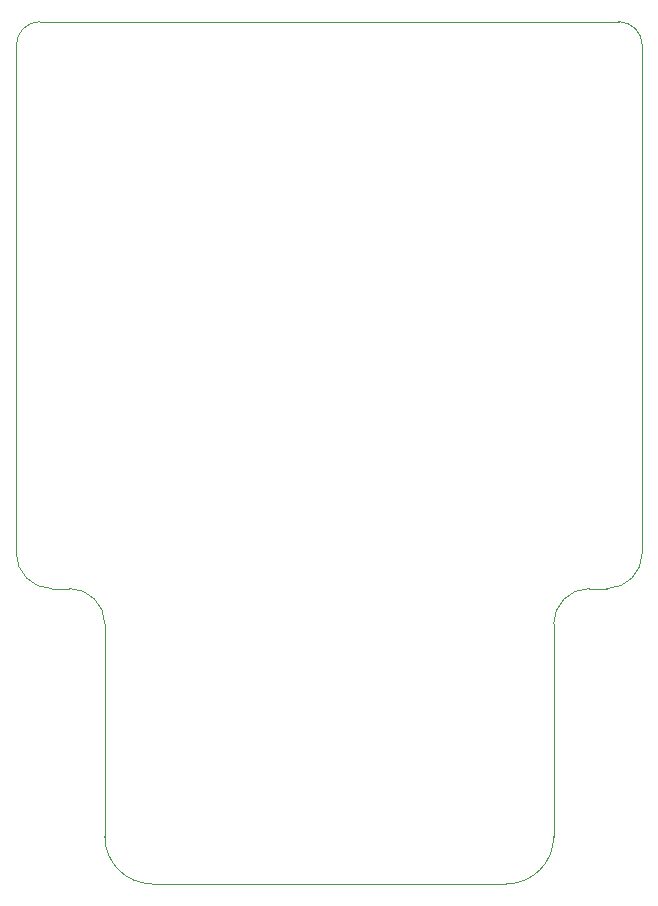
<source format=gbr>
%TF.GenerationSoftware,KiCad,Pcbnew,5.1.9+dfsg1-1*%
%TF.CreationDate,2023-01-11T12:06:23+00:00*%
%TF.ProjectId,Atari_ST_HDD_EMULATOR,41746172-695f-4535-945f-4844445f454d,1.0_dh219*%
%TF.SameCoordinates,Original*%
%TF.FileFunction,Profile,NP*%
%FSLAX46Y46*%
G04 Gerber Fmt 4.6, Leading zero omitted, Abs format (unit mm)*
G04 Created by KiCad (PCBNEW 5.1.9+dfsg1-1) date 2023-01-11 12:06:23*
%MOMM*%
%LPD*%
G01*
G04 APERTURE LIST*
%TA.AperFunction,Profile*%
%ADD10C,0.100000*%
%TD*%
G04 APERTURE END LIST*
D10*
X139500000Y-123000000D02*
X169500000Y-123000000D01*
X131000001Y-97999999D02*
X132500001Y-97999999D01*
X139500000Y-123000000D02*
G75*
G02*
X135500000Y-119000000I0J4000000D01*
G01*
X132500001Y-98000000D02*
G75*
G02*
X135500000Y-101000001I-1J-3000000D01*
G01*
X131000001Y-97999999D02*
G75*
G02*
X128000000Y-95000000I-1J3000000D01*
G01*
X135500000Y-119000000D02*
X135500000Y-101000001D01*
X173500000Y-119000000D02*
G75*
G02*
X169500000Y-123000000I-4000000J0D01*
G01*
X179000000Y-50000000D02*
G75*
G02*
X181000000Y-52000000I0J-2000000D01*
G01*
X176500000Y-98000000D02*
X178000000Y-98000000D01*
X176500000Y-98000000D02*
G75*
G03*
X173500000Y-101000000I0J-3000000D01*
G01*
X178000000Y-98000000D02*
G75*
G03*
X181000000Y-95000000I0J3000000D01*
G01*
X130000000Y-50000000D02*
G75*
G03*
X128000000Y-52000000I0J-2000000D01*
G01*
X173500000Y-119000000D02*
X173500000Y-101000000D01*
X181000000Y-52000000D02*
X181000000Y-95000000D01*
X130000000Y-50000000D02*
X179000000Y-50000000D01*
X128000000Y-95000000D02*
X128000000Y-52000000D01*
M02*

</source>
